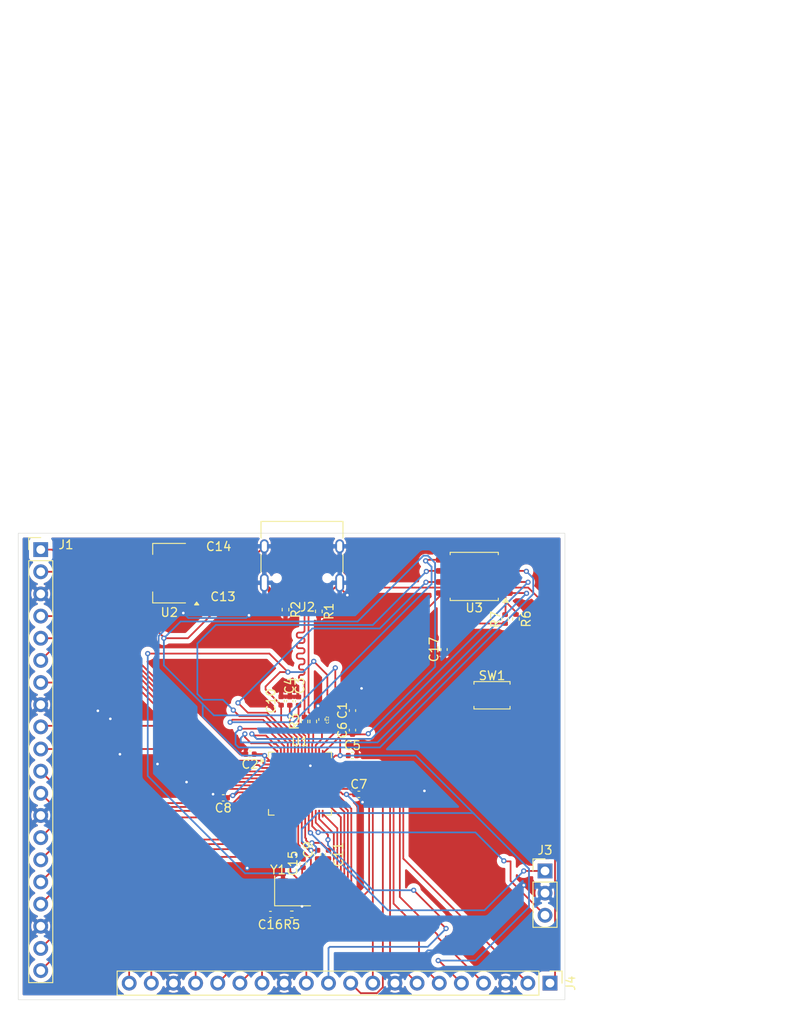
<source format=kicad_pcb>
(kicad_pcb (version 20241229) (generator "pcbnew") (generator_version "9.0")
  (layers (0 "F.Cu" signal) (2 "B.Cu" signal) (13 "F.Paste" user) (15 "B.Paste" user) (5 "F.SilkS" user "F.Silkscreen") (7 "B.SilkS" user "B.Silkscreen") (1 "F.Mask" user) (3 "B.Mask" user) (25 "Edge.Cuts" user))
  (net 0 "")
  (net 1 "GND")
  (net 2 "+3V3")
  (net 3 "+1V1")
  (net 4 "VBUS")
  (net 5 "XIN")
  (net 6 "Net-(C16-Pad1)")
  (net 7 "GPIO_03")
  (net 8 "GPIO_05")
  (net 9 "GPIO_014")
  (net 10 "GPIO_08")
  (net 11 "GPIO_10")
  (net 12 "GPIO_11")
  (net 13 "GPIO_00")
  (net 14 "GPIO_015")
  (net 15 "GPIO_01")
  (net 16 "GPIO_012")
  (net 17 "GPIO_06")
  (net 18 "GPIO_09")
  (net 19 "GPIO_04")
  (net 20 "GPIO_07")
  (net 21 "GPIO_02")
  (net 22 "GPIO_013")
  (net 23 "Net-(J2-CC2)")
  (net 24 "USB_D-")
  (net 25 "USB_D+")
  (net 26 "Net-(J2-CC1)")
  (net 27 "SWD")
  (net 28 "SWCLK")
  (net 29 "GPIO_018")
  (net 30 "GPIO026_ADC0")
  (net 31 "GPIO_029_ADC3")
  (net 32 "GPIO_020")
  (net 33 "GPIO_016")
  (net 34 "GPIO_022")
  (net 35 "GPIO_023")
  (net 36 "GPIO_019")
  (net 37 "GPIO027_ADC1")
  (net 38 "RUN")
  (net 39 "GPIO_028_ADC2")
  (net 40 "GPIO_024")
  (net 41 "GPIO_017")
  (net 42 "GPIO_021")
  (net 43 "Net-(U1-USB_DP)")
  (net 44 "Net-(U1-USB_DM)")
  (net 45 "XOUT")
  (net 46 "Net-(R6-Pad2)")
  (net 47 "QPSI_SS")
  (net 48 "QPSI_SD3")
  (net 49 "QPSI_SD2")
  (net 50 "QPSI_SD1")
  (net 52 "QPSI_SD0")
  (net 53 "QPSI_SCLK")
  (footprint "Resistor_SMD:R_0402_1005Metric" (layer "F.Cu") (at 181 83.25 90)
    (property "Reference" "R4" (hide yes))
    (property "Value" "27")
  )
  (footprint "Capacitor_SMD:C_0402_1005Metric" (layer "F.Cu") (at 176.09 105.38 180)
    (property "Reference" "C16")
    (property "Value" "33 pF")
  )
  (footprint "Crystal:Crystal_SMD_3225-4Pin_3.2x2.5mm" (layer "F.Cu") (at 178.63 102.67)
    (property "Reference" "Y1")
    (property "Value" "12 MHz")
  )
  (footprint "Capacitor_SMD:C_0402_1005Metric" (layer "F.Cu") (at 170.68 92.01 180)
    (property "Reference" "C8")
    (property "Value" "0.1uF")
  )
  (footprint "Resistor_SMD:R_0402_1005Metric" (layer "F.Cu") (at 178.54 105.37 180)
    (property "Reference" "R5")
    (property "Value" "1 K")
  )
  (footprint "Connector_USB:USB_C_Receptacle_HRO_TYPE-C-31-M-12" (layer "F.Cu") (at 179.71 64.22 180)
    (property "Reference" "J2")
    (property "Value" "USB_C_Receptacle_USB2.0_14P")
  )
  (footprint "Capacitor_SMD:C_0201_0603Metric" (layer "F.Cu") (at 170.655 70)
    (property "Reference" "C13")
    (property "Value" "10 uF")
  )
  (footprint "Connector_PinHeader_2.54mm:PinHeader_1x20_P2.54mm_Vertical" (layer "F.Cu") (at 149.75 63.55)
    (property "Reference" "J1")
    (property "Value" "Conn_01x20")
  )
  (footprint "Capacitor_SMD:C_0402_1005Metric" (layer "F.Cu") (at 181.5 98.5 -90)
    (property "Reference" "C9")
    (property "Value" "0.1uF" (hide yes))
  )
  (footprint "Capacitor_SMD:C_0402_1005Metric" (layer "F.Cu") (at 185.49 87.16)
    (property "Reference" "C5")
    (property "Value" "0.1uF")
  )
  (footprint "Resistor_SMD:R_0402_1005Metric" (layer "F.Cu") (at 203 71.51 -90)
    (property "Reference" "R7")
    (property "Value" "10K")
  )
  (footprint "Resistor_SMD:R_0402_1005Metric" (layer "F.Cu") (at 180 83.25 90)
    (property "Reference" "R3")
    (property "Value" "27" (hide yes))
  )
  (footprint "Resistor_SMD:R_0402_1005Metric" (layer "F.Cu") (at 204.25 71.5 -90)
    (property "Reference" "R6")
    (property "Value" "1K")
  )
  (footprint "Capacitor_SMD:C_0402_1005Metric" (layer "F.Cu") (at 179.31 80.92 90)
    (property "Reference" "C3")
    (property "Value" "0.1uF")
  )
  (footprint "Capacitor_SMD:C_0402_1005Metric" (layer "F.Cu") (at 196 75 90)
    (property "Reference" "C17")
    (property "Value" "0.1 uF")
  )
  (footprint "Package_TO_SOT_SMD:SOT-223-3_TabPin2" (layer "F.Cu") (at 164.5 66.25 180)
    (property "Reference" "U2")
    (property "Value" "NCP1117")
  )
  (footprint "Capacitor_SMD:C_0201_0603Metric" (layer "F.Cu") (at 170.155 64.25)
    (property "Reference" "C14")
    (property "Value" "10uF")
  )
  (footprint "Resistor_SMD:R_0402_1005Metric" (layer "F.Cu") (at 177.82 70.43 -90)
    (property "Reference" "R2")
    (property "Value" "5.1 K")
  )
  (footprint "Capacitor_SMD:C_0402_1005Metric" (layer "F.Cu") (at 186.23 91.61)
    (property "Reference" "C7")
    (property "Value" "0.1uF")
  )
  (footprint "Capacitor_SMD:C_0402_1005Metric" (layer "F.Cu") (at 179.83 99.52 90)
    (property "Reference" "C15")
    (property "Value" "33 pF" (hide yes))
  )
  (footprint "Resistor_SMD:R_0402_1005Metric" (layer "F.Cu") (at 181.64 70.63 -90)
    (property "Reference" "R1")
    (property "Value" "5.1 K")
  )
  (footprint "Capacitor_SMD:C_0402_1005Metric" (layer "F.Cu") (at 178.31 80.91 90)
    (property "Reference" "C4")
    (property "Value" "0.1uF")
  )
  (footprint "Package_DFN_QFN:QFN-56-1EP_7x7mm_P0.4mm_EP3.2x3.2mm" (layer "F.Cu") (at 179.48 90.38)
    (property "Reference" "U1")
    (property "Value" "RP2040")
  )
  (footprint "Capacitor_SMD:C_0402_1005Metric" (layer "F.Cu") (at 185.5 84.25 90)
    (property "Reference" "C6")
    (property "Value" "0.1uF")
  )
  (footprint "Capacitor_SMD:C_0402_1005Metric" (layer "F.Cu") (at 182.75 98.5 -90)
    (property "Reference" "C11")
    (property "Value" "0.1uF" (hide yes))
  )
  (footprint "Capacitor_SMD:C_0402_1005Metric" (layer "F.Cu") (at 177.32 80.9 90)
    (property "Reference" "C10")
    (property "Value" "1uF")
  )
  (footprint "Capacitor_SMD:C_0402_1005Metric" (layer "F.Cu") (at 185.5 82 90)
    (property "Reference" "C1")
    (property "Value" "1uF")
  )
  (footprint "Capacitor_SMD:C_0402_1005Metric" (layer "F.Cu") (at 173.75 87 180)
    (property "Reference" "C2")
    (property "Value" "0.1uF")
  )
  (footprint "Package_SO:SOIC-8_5.3x5.3mm_P1.27mm" (layer "F.Cu") (at 199.4625 66.625 180)
    (property "Reference" "U3")
    (property "Value" "W25Q128JVS")
  )
  (footprint "Connector_PinHeader_2.54mm:PinHeader_1x03_P2.54mm_Vertical" (layer "F.Cu") (at 207.58 100.39)
    (property "Reference" "J3")
    (property "Value" "Conn_01x03")
  )
  (footprint "Capacitor_SMD:C_0402_1005Metric" (layer "F.Cu") (at 182 83.02 90)
    (property "Reference" "C12")
    (property "Value" "0.1uF" (hide yes))
  )
  (footprint "Connector_PinHeader_2.54mm:PinHeader_1x20_P2.54mm_Vertical" (layer "F.Cu") (at 208.15 113.25 -90)
    (property "Reference" "J4")
    (property "Value" "Conn_01x20")
  )
  (footprint "Button_Switch_SMD:SW_Push_SPST_NO_Alps_SKRK" (layer "F.Cu") (at 201.5 80.25)
    (property "Reference" "SW1")
    (property "Value" "SW_Push")
  )
  (gr_rect (start 147.17 61.67) (end 209.86 115.15) (stroke (width 0.05)) (fill no) (layer "Edge.Cuts"))
  (segment (start 207.58 102.93) (end 206.67 102.02) (width 0.2) (layer "F.Cu") (net 1))
  (segment (start 184.03 67.89) (end 184.91 68.77) (width 0.2) (layer "F.Cu") (net 1))
  (segment (start 167.65 69.27) (end 167.65 68.55) (width 0.2) (layer "F.Cu") (net 1))
  (segment (start 179.48 89.52) (end 180.67 88.33) (width 0.2) (layer "F.Cu") (net 1))
  (segment (start 186.02 83.77) (end 187.04 82.75) (width 0.2) (layer "F.Cu") (net 1))
  (segment (start 169.8 91.61) (end 169.53 91.61) (width 0.2) (layer "F.Cu") (net 1))
  (segment (start 167.86 91.59) (end 169.51 91.59) (width 0.2) (layer "F.Cu") (net 1))
  (segment (start 182 82.54) (end 182 81.91) (width 0.2) (layer "F.Cu") (net 1))
  (segment (start 184.03 67.35) (end 184.03 67.89) (width 0.2) (layer "F.Cu") (net 1))
  (segment (start 187.04 82.75) (end 185.809999 81.52) (width 0.2) (layer "F.Cu") (net 1))
  (segment (start 182 81.91) (end 181.55 81.46) (width 0.2) (layer "F.Cu") (net 1))
  (segment (start 178.48 93.8175) (end 178.48 95.21) (width 0.2) (layer "F.Cu") (net 1))
  (segment (start 176.46 68.265) (end 176.305 68.265) (width 0.2) (layer "F.Cu") (net 1))
  (segment (start 173.64 100.05) (end 173.43 100.05) (width 0.2) (layer "F.Cu") (net 1))
  (segment (start 166.1 70.82) (end 167.65 69.27) (width 0.2) (layer "F.Cu") (net 1))
  (segment (start 182.96 68.265) (end 183.115 68.265) (width 0.2) (layer "F.Cu") (net 1))
  (segment (start 179.73 104.43) (end 179.71 104.45) (width 0.2) (layer "F.Cu") (net 1))
  (segment (start 185.5 83.77) (end 186.02 83.77) (width 0.2) (layer "F.Cu") (net 1))
  (segment (start 185.5 80.5) (end 185.5 81.52) (width 0.2) (layer "F.Cu") (net 1))
  (segment (start 166.47 90.2) (end 167.86 91.59) (width 0.2) (layer "F.Cu") (net 1))
  (segment (start 186.71 92.44) (end 186.65 92.5) (width 0.2) (layer "F.Cu") (net 1))
  (segment (start 183.115 68.265) (end 184.03 67.35) (width 0.2) (layer "F.Cu") (net 1))
  (segment (start 179.73 103.52) (end 179.73 104.43) (width 0.2) (layer "F.Cu") (net 1))
  (segment (start 177.82 70.94) (end 173.77 70.94) (width 0.2) (layer "F.Cu") (net 1))
  (segment (start 163.14 88.13) (end 165.21 90.2) (width 0.2) (layer "F.Cu") (net 1))
  (segment (start 186.54 79.46) (end 185.5 80.5) (width 0.2) (layer "F.Cu") (net 1))
  (segment (start 173.64 100.05) (end 178.48 95.21) (width 0.2) (layer "F.Cu") (net 1))
  (segment (start 165.21 90.2) (end 166.47 90.2) (width 0.2) (layer "F.Cu") (net 1))
  (segment (start 176.305 68.265) (end 175.39 67.35) (width 0.2) (layer "F.Cu") (net 1))
  (segment (start 179.48 90.38) (end 179.48 89.52) (width 0.2) (layer "F.Cu") (net 1))
  (segment (start 156.3 82.03) (end 156.81 82.03) (width 0.2) (layer "F.Cu") (net 1))
  (segment (start 179.55 99.04) (end 179.03 98.52) (width 0.2) (layer "F.Cu") (net 1))
  (segment (start 179.83 99.04) (end 179.55 99.04) (width 0.2) (layer "F.Cu") (net 1))
  (segment (start 173.77 70.94) (end 173.63 71.08) (width 0.2) (layer "F.Cu") (net 1))
  (segment (start 156.81 82.03) (end 157.73 82.95) (width 0.2) (layer "F.Cu") (net 1))
  (segment (start 170.2 92.01) (end 169.8 91.61) (width 0.2) (layer "F.Cu") (net 1))
  (segment (start 206.67 102.02) (end 205.141 102.02) (width 0.2) (layer "F.Cu") (net 1))
  (segment (start 174.31 64.25) (end 175.39 63.17) (width 0.2) (layer "F.Cu") (net 1))
  (segment (start 169.53 91.61) (end 169.51 91.59) (width 0.2) (layer "F.Cu") (net 1))
  (segment (start 180.67 88.33) (end 180.68 88.32) (width 0.2) (layer "F.Cu") (net 1))
  (segment (start 185.809999 81.52) (end 185.5 81.52) (width 0.2) (layer "F.Cu") (net 1))
  (segment (start 170.475 64.25) (end 174.31 64.25) (width 0.2) (layer "F.Cu") (net 1))
  (segment (start 170.975 70) (end 176.88 70) (width 0.2) (layer "F.Cu") (net 1))
  (segment (start 186.71 91.61) (end 186.71 92.44) (width 0.2) (layer "F.Cu") (net 1))
  (segment (start 176.88 70) (end 177.82 70.94) (width 0.2) (layer "F.Cu") (net 1))
  (via (at 179.03 98.52) (size 0.6) (drill 0.3) (layers "F.Cu" "B.Cu") (net 1))
  (via (at 157.73 82.95) (size 0.6) (drill 0.3) (layers "F.Cu" "B.Cu") (net 1))
  (via (at 186.65 92.5) (size 0.6) (drill 0.3) (layers "F.Cu" "B.Cu") (net 1))
  (via (at 186.54 79.46) (size 0.6) (drill 0.3) (layers "F.Cu" "B.Cu") (net 1))
  (via (at 163.14 88.13) (size 0.6) (drill 0.3) (layers "F.Cu" "B.Cu") (net 1))
  (via (at 166.47 90.2) (size 0.6) (drill 0.3) (layers "F.Cu" "B.Cu") (net 1))
  (via (at 180.67 88.33) (size 0.6) (drill 0.3) (layers "F.Cu" "B.Cu") (net 1))
  (via (at 205.141 102.02) (size 0.6) (drill 0.3) (layers "F.Cu" "B.Cu") (net 1))
  (via (at 166.1 70.82) (size 0.6) (drill 0.3) (layers "F.Cu" "B.Cu") (net 1))
  (via (at 169.51 91.59) (size 0.6) (drill 0.3) (layers "F.Cu" "B.Cu") (net 1))
  (via (at 156.3 82.03) (size 0.6) (drill 0.3) (layers "F.Cu" "B.Cu") (net 1))
  (via (at 193.75 91.21) (size 0.6) (drill 0.3) (layers "F.Cu" "B.Cu") (net 1))
  (via (at 184.91 68.77) (size 0.6) (drill 0.3) (layers "F.Cu" "B.Cu") (net 1))
  (via (at 173.63 71.08) (size 0.6) (drill 0.3) (layers "F.Cu" "B.Cu") (net 1))
  (via (at 181.55 81.46) (size 0.6) (drill 0.3) (layers "F.Cu" "B.Cu") (net 1))
  (via (at 179.71 104.45) (size 0.6) (drill 0.3) (layers "F.Cu" "B.Cu") (net 1))
  (via (at 158.83 87.01) (size 0.6) (drill 0.3) (layers "F.Cu" "B.Cu") (net 1))
  (via (at 173.43 100.06) (size 0.6) (drill 0.3) (layers "F.Cu" "B.Cu") (net 1))
  (segment (start 184.91 68.77) (end 185.95 68.77) (width 0.2) (layer "B.Cu") (net 1))
  (segment (start 173.43 100.06) (end 173.43 95.51) (width 0.2) (layer "B.Cu") (net 1))
  (segment (start 183.55 79.46) (end 186.54 79.46) (width 0.2) (layer "B.Cu") (net 1))
  (segment (start 185.95 68.77) (end 187.17 67.55) (width 0.2) (layer "B.Cu") (net 1))
  (segment (start 163.269 85.349) (end 163.269 73.461057) (width 0.2) (layer "B.Cu") (net 1))
  (segment (start 173.322 71.388) (end 166.668 71.388) (width 0.2) (layer "B.Cu") (net 1))
  (segment (start 186.65 92.5) (end 192.46 92.5) (width 0.2) (layer "B.Cu") (net 1))
  (segment (start 182.48 88.33) (end 186.65 92.5) (width 0.2) (layer "B.Cu") (net 1))
  (segment (start 169.51 91.59) (end 163.269 85.349) (width 0.2) (layer "B.Cu") (net 1))
  (segment (start 192.46 92.5) (end 193.75 91.21) (width 0.2) (layer "B.Cu") (net 1))
  (segment (start 158.83 84.05) (end 157.73 82.95) (width 0.2) (layer "B.Cu") (net 1))
  (segment (start 174.97 98.52) (end 173.43 100.06) (width 0.2) (layer "B.Cu") (net 1))
  (segment (start 173.43 95.51) (end 169.51 91.59) (width 0.2) (layer "B.Cu") (net 1))
  (segment (start 179.71 104.45) (end 179.71 111.21) (width 0.2) (layer "B.Cu") (net 1))
  (segment (start 197.67 109.491) (end 194.129 109.491) (width 0.2) (layer "B.Cu") (net 1))
  (segment (start 173.63 71.08) (end 173.322 71.388) (width 0.2) (layer "B.Cu") (net 1))
  (segment (start 205.141 102.02) (end 197.67 109.491) (width 0.2) (layer "B.Cu") (net 1))
  (segment (start 187.17 67.55) (end 184.03 64.41) (width 0.2) (layer "B.Cu") (net 1))
  (segment (start 181.55 81.46) (end 183.55 79.46) (width 0.2) (layer "B.Cu") (net 1))
  (segment (start 179.71 111.21) (end 177.67 113.25) (width 0.2) (layer "B.Cu") (net 1))
  (segment (start 194.129 109.491) (end 190.37 113.25) (width 0.2) (layer "B.Cu") (net 1))
  (segment (start 163.269 73.461057) (end 165.920057 70.81) (width 0.2) (layer "B.Cu") (net 1))
  (segment (start 158.83 87.01) (end 158.83 84.05) (width 0.2) (layer "B.Cu") (net 1))
  (segment (start 179.03 98.52) (end 174.97 98.52) (width 0.2) (layer "B.Cu") (net 1))
  (segment (start 165.920057 70.81) (end 166.09 70.81) (width 0.2) (layer "B.Cu") (net 1))
  (segment (start 184.03 64.41) (end 184.03 63.17) (width 0.2) (layer "B.Cu") (net 1))
  (segment (start 166.668 71.388) (end 166.1 70.82) (width 0.2) (layer "B.Cu") (net 1))
  (segment (start 180.67 88.33) (end 182.48 88.33) (width 0.2) (layer "B.Cu") (net 1))
  (segment (start 175.42125 87.15875) (end 176.0425 87.78) (width 0.2) (layer "F.Cu") (net 2))
  (segment (start 178.31 83.6629) (end 178.31 82.66) (width 0.2) (layer "F.Cu") (net 2))
  (segment (start 179.68 86.9425) (end 179.68 85.02) (width 0.2) (layer "F.Cu") (net 2))
  (segment (start 178.31 82.66) (end 178.31 81.39) (width 0.2) (layer "F.Cu") (net 2))
  (segment (start 180.08 84.91) (end 179.31 84.14) (width 0.2) (layer "F.Cu") (net 2))
  (segment (start 185.5 82.5) (end 185.5 82.48) (width 0.2) (layer "F.Cu") (net 2))
  (segment (start 179.31 82.68) (end 179.31 81.4) (width 0.2) (layer "F.Cu") (net 2))
  (segment (start 179.31 82.68) (end 178.33 82.68) (width 0.2) (layer "F.Cu") (net 2))
  (segment (start 184.17 91.38) (end 184.4 91.61) (width 0.2) (layer "F.Cu") (net 2))
  (segment (start 161.35 71.1) (end 163.87 73.62) (width 0.2) (layer "F.Cu") (net 2))
  (segment (start 182.9175 91.38) (end 184.17 91.38) (width 0.2) (layer "F.Cu") (net 2))
  (segment (start 175.2625 87) (end 175.42125 87.15875) (width 0.2) (layer "F.Cu") (net 2))
  (segment (start 184.09 87.16) (end 185.01 87.16) (width 0.2) (layer "F.Cu") (net 2))
  (segment (start 171.43 91.74) (end 171.16 92.01) (width 0.2) (layer "F.Cu") (net 2))
  (segment (start 184.105 83.895) (end 184.66 83.34) (width 0.2) (layer "F.Cu") (net 2))
  (segment (start 185.5 84.73) (end 187.34 84.73) (width 0.2) (layer "F.Cu") (net 2))
  (segment (start 179.6671 85.02) (end 178.31 83.6629) (width 0.2) (layer "F.Cu") (net 2))
  (segment (start 182.08 86.9425) (end 183.89125 85.13125) (width 0.2) (layer "F.Cu") (net 2))
  (segment (start 180.52 98.02) (end 180.74 98.02) (width 0.2) (layer "F.Cu") (net 2))
  (segment (start 178.33 82.68) (end 178.31 82.66) (width 0.2) (layer "F.Cu") (net 2))
  (segment (start 196 73.2725) (end 196 73.56) (width 0.2) (layer "F.Cu") (net 2))
  (segment (start 181.68 86.9425) (end 181.68 86.32) (width 0.2) (layer "F.Cu") (net 2))
  (segment (start 161.35 66.25) (end 161.35 71.1) (width 0.2) (layer "F.Cu") (net 2))
  (segment (start 181.68 86.32) (end 184.105 83.895) (width 0.2) (layer "F.Cu") (net 2))
  (segment (start 197.99 113.25) (end 195.4 110.66) (width 0.2) (layer "F.Cu") (net 2))
  (segment (start 171.99 91.74) (end 171.77 91.74) (width 0.2) (layer "F.Cu") (net 2))
  (segment (start 180.08 86.9425) (end 180.08 84.91) (width 0.2) (layer "F.Cu") (net 2))
  (segment (start 184.105 83.895) (end 183.53 83.32) (width 0.2) (layer "F.Cu") (net 2))
  (segment (start 183.89125 85.13125) (end 184.2925 84.73) (width 0.2) (layer "F.Cu") (net 2))
  (segment (start 169.6975 70.6375) (end 169.6975 68.2975) (width 0.2) (layer "F.Cu") (net 2))
  (segment (start 175.99 91.38) (end 172.35 91.38) (width 0.2) (layer "F.Cu") (net 2))
  (segment (start 195.875 73.1475) (end 196 73.2725) (width 0.2) (layer "F.Cu") (net 2))
  (segment (start 179.68 85.02) (end 179.6671 85.02) (width 0.2) (layer "F.Cu") (net 2))
  (segment (start 166.625 73.71) (end 163.87 73.71) (width 0.2) (layer "F.Cu") (net 2))
  (segment (start 195.875 68.53) (end 184.66 79.745) (width 0.2) (layer "F.Cu") (net 2))
  (segment (start 182.9175 87.78) (end 183.5375 87.16) (width 0.2) (layer "F.Cu") (net 2))
  (segment (start 196 73.56) (end 196 74.52) (width 0.2) (layer "F.Cu") (net 2))
  (segment (start 171.77 91.74) (end 171.43 91.74) (width 0.2) (layer "F.Cu") (net 2))
  (segment (start 179.68 97.18) (end 180.52 98.02) (width 0.2) (layer "F.Cu") (net 2))
  (segment (start 170.335 70) (end 166.625 73.71) (width 0.2) (layer "F.Cu") (net 2))
  (segment (start 195.875 68.53) (end 195.875 73.1475) (width 0.2) (layer "F.Cu") (net 2))
  (segment (start 179.31 84.14) (end 179.31 82.68) (width 0.2) (layer "F.Cu") (net 2))
  (segment (start 203 72.02) (end 197.54 72.02) (width 0.2) (layer "F.Cu") (net 2))
  (segment (start 174.23 87) (end 175.2625 87) (width 0.2) (layer "F.Cu") (net 2))
  (segment (start 184.2925 84.73) (end 185.5 84.73) (width 0.2) (layer "F.Cu") (net 2))
  (segment (start 184.09 87.16) (end 184.09 85.33) (width 0.2) (layer "F.Cu") (net 2))
  (segment (start 169.6975 68.2975) (end 167.65 66.25) (width 0.2) (layer "F.Cu") (net 2))
  (segment (start 184.66 79.745) (end 184.66 83.34) (width 0.2) (layer "F.Cu") (net 2))
  (segment (start 180.74 98.02) (end 181.5 98.02) (width 0.2) (layer "F.Cu") (net 2))
  (segment (start 179.68 93.8175) (end 179.68 97.18) (width 0.2) (layer "F.Cu") (net 2))
  (segment (start 183.53 83.32) (end 183.53 77.11) (width 0.2) (layer "F.Cu") (net 2))
  (segment (start 184.4 91.61) (end 184.81 91.61) (width 0.2) (layer "F.Cu") (net 2))
  (segment (start 172.35 91.38) (end 171.99 91.74) (width 0.2) (layer "F.Cu") (net 2))
  (segment (start 183.5375 87.16) (end 184.09 87.16) (width 0.2) (layer "F.Cu") (net 2))
  (segment (start 184.66 83.34) (end 185.5 82.5) (width 0.2) (layer "F.Cu") (net 2))
  (segment (start 195.4 110.66) (end 195.33 110.66) (width 0.2) (layer "F.Cu") (net 2))
  (segment (start 184.81 91.61) (end 185.75 91.61) (width 0.2) (layer "F.Cu") (net 2))
  (segment (start 184.09 85.33) (end 183.89125 85.13125) (width 0.2) (layer "F.Cu") (net 2))
  (segment (start 197.54 72.02) (end 196 73.56) (width 0.2) (layer "F.Cu") (net 2))
  (via (at 195.33 110.66) (size 0.6) (drill 0.3) (layers "F.Cu" "B.Cu") (net 2))
  (via (at 187.310954 84.651354) (size 0.6) (drill 0.3) (layers "F.Cu" "B.Cu") (net 2))
  (via (at 180.74 98.02) (size 0.6) (drill 0.3) (layers "F.Cu" "B.Cu") (net 2))
  (via (at 184.09 87.16) (size 0.6) (drill 0.3) (layers "F.Cu" "B.Cu") (net 2))
  (via (at 163.87 73.71) (size 0.6) (drill 0.3) (layers "F.Cu" "B.Cu") (net 2))
  (via (at 183.53 77.11) (size 0.6) (drill 0.3) (layers "F.Cu" "B.Cu") (net 2))
  (via (at 178.31 82.66) (size 0.6) (drill 0.3) (layers "F.Cu" "B.Cu") (net 2))
  (via (at 175.42125 87.15875) (size 0.6) (drill 0.3) (layers "F.Cu" "B.Cu") (net 2))
  (via (at 184.81 91.61) (size 0.6) (drill 0.3) (layers "F.Cu" "B.Cu") (net 2))
  (via (at 171.77 91.74) (size 0.6) (drill 0.3) (layers "F.Cu" "B.Cu") (net 2))
  (segment (start 194.972 65.072057) (end 194.138943 64.239) (width 0.2) (layer "B.Cu") (net 2))
  (segment (start 186.15 93.75) (end 199.349943 93.75) (width 0.2) (layer "B.Cu") (net 2))
  (segment (start 175.42125 88.08875) (end 175.42125 87.15875) (width 0.2) (layer "B.Cu") (net 2))
  (segment (start 205.741 100.141057) (end 199.454972 93.855028) (width 0.2) (layer "B.Cu") (net 2))
  (segment (start 205.741 104.518943) (end 205.741 100.141057) (width 0.2) (layer "B.Cu") (net 2))
  (segment (start 186.15 92.95) (end 186.15 93.75) (width 0.2) (layer "B.Cu") (net 2))
  (segment (start 195.33 110.66) (end 199.599943 110.66) (width 0.2) (layer "B.Cu") (net 2))
  (segment (start 193.641057 64.239) (end 186.091057 71.789) (width 0.2) (layer "B.Cu") (net 2))
  (segment (start 179.678 95.604957) (end 181.532957 93.75) (width 0.2) (layer "B.Cu") (net 2))
  (segment (start 178.515 82.125) (end 178.089 82.551) (width 0.2) (layer "B.Cu") (net 2))
  (segment (start 171.77 91.74) (end 175.42125 88.08875) (width 0.2) (layer "B.Cu") (net 2))
  (segment (start 178.515 82.455) (end 178.515 82.125) (width 0.2) (layer "B.Cu") (net 2))
  (segment (start 181.532957 93.75) (end 186.15 93.75) (width 0.2) (layer "B.Cu") (net 2))
  (segment (start 178.31 82.66) (end 178.515 82.455) (width 0.2) (layer "B.Cu") (net 2))
  (segment (start 168.32645 82.683493) (end 168.32645 81.27355) (width 0.2) (layer "B.Cu") (net 2))
  (segment (start 180.74 98.02) (end 179.678 96.958) (width 0.2) (layer "B.Cu") (net 2))
  (segment (start 178.089 82.551) (end 169.6039 82.551) (width 0.2) (layer "B.Cu") (net 2))
  (segment (start 199.599943 110.66) (end 205.741 104.518943) (width 0.2) (layer "B.Cu") (net 2))
  (segment (start 186.091057 71.789) (end 165.791 71.789) (width 0.2) (layer "B.Cu") (net 2))
  (segment (start 192.759944 87.16) (end 199.454972 93.855028) (width 0.2) (layer "B.Cu") (net 2))
  (segment (start 179.678 96.958) (end 179.678 95.604957) (width 0.2) (layer "B.Cu") (net 2))
  (segment (start 175.42125 87.15875) (end 172.801707 87.15875) (width 0.2) (layer "B.Cu") (net 2))
  (segment (start 187.310954 84.651354) (end 194.972 76.990308) (width 0.2) (layer "B.Cu") (net 2))
  (segment (start 163.87 76.8171) (end 163.87 73.71) (width 0.2) (layer "B.Cu") (net 2))
  (segment (start 163.87 73.71) (end 165.791 71.789) (width 0.2) (layer "B.Cu") (net 2))
  (segment (start 199.454972 93.855028) (end 199.349943 93.75) (width 0.2) (layer "B.Cu") (net 2))
  (segment (start 194.972 76.990308) (end 194.972 65.072057) (width 0.2) (layer "B.Cu") (net 2))
  (segment (start 183.53 77.11) (end 178.515 82.125) (width 0.2) (layer "B.Cu") (net 2))
  (segment (start 184.81 91.61) (end 186.15 92.95) (width 0.2) (layer "B.Cu") (net 2))
  (segment (start 172.801707 87.15875) (end 168.32645 82.683493) (width 0.2) (layer "B.Cu") (net 2))
  (segment (start 194.138943 64.239) (end 193.641057 64.239) (width 0.2) (layer "B.Cu") (net 2))
  (segment (start 184.09 87.16) (end 192.759944 87.16) (width 0.2) (layer "B.Cu") (net 2))
  (segment (start 169.6039 82.551) (end 168.32645 81.27355) (width 0.2) (layer "B.Cu") (net 2))
  (segment (start 168.32645 81.27355) (end 163.87 76.8171) (width 0.2) (layer "B.Cu") (net 2))
  (segment (start 180.85 97.17) (end 181.92 97.17) (width 0.2) (layer "F.Cu") (net 3))
  (segment (start 175.53 79.59) (end 175.53 79.25) (width 0.2) (layer "F.Cu") (net 3))
  (segment (start 181.28 85.97) (end 182 85.25) (width 0.2) (layer "F.Cu") (net 3))
  (segment (start 182.62 77.919742) (end 181.06 76.359742) (width 0.2) (layer "F.Cu") (net 3))
  (segment (start 180.47 97.17) (end 180.85 97.17) (width 0.2) (layer "F.Cu") (net 3))
  (segment (start 182.75 98) (end 182.75 98.02) (width 0.2) (layer "F.Cu") (net 3))
  (segment (start 177.32 81.38) (end 175.53 79.59) (width 0.2) (layer "F.Cu") (net 3))
  (segment (start 177.32 83.24) (end 177.32 81.38) (width 0.2) (layer "F.Cu") (net 3))
  (segment (start 181.92 97.17) (end 182.75 98) (width 0.2) (layer "F.Cu") (net 3))
  (segment (start 181.28 86.9425) (end 181.28 85.97) (width 0.2) (layer "F.Cu") (net 3))
  (segment (start 180.18 96.68) (end 180.18 96.88) (width 0.2) (layer "F.Cu") (net 3))
  (segment (start 182.62 82.88) (end 182.62 77.919742) (width 0.2) (layer "F.Cu") (net 3))
  (segment (start 180.08 96.58) (end 180.18 96.68) (width 0.2) (layer "F.Cu") (net 3))
  (segment (start 175.53 79.25) (end 177.19 77.59) (width 0.2) (layer "F.Cu") (net 3))
  (segment (start 179.28 86.9425) (end 179.28 85.2) (width 0.2) (layer "F.Cu") (net 3))
  (segment (start 182 83.5) (end 182.62 82.88) (width 0.2) (layer "F.Cu") (net 3))
  (segment (start 162.02 75.47) (end 175.97 75.47) (width 0.2) (layer "F.Cu") (net 3))
  (segment (start 179.28 85.2) (end 177.32 83.24) (width 0.2) (layer "F.Cu") (net 3))
  (segment (start 180.08 93.8175) (end 180.08 96.58) (width 0.2) (layer "F.Cu") (net 3))
  (segment (start 175.97 75.47) (end 178.09 77.59) (width 0.2) (layer "F.Cu") (net 3))
  (segment (start 182 85.25) (end 182 83.5) (width 0.2) (layer "F.Cu") (net 3))
  (segment (start 177.19 77.59) (end 178.09 77.59) (width 0.2) (layer "F.Cu") (net 3))
  (segment (start 180.18 96.88) (end 180.47 97.17) (width 0.2) (layer "F.Cu") (net 3))
  (via (at 180.85 97.17) (size 0.6) (drill 0.3) (layers "F.Cu" "B.Cu") (net 3))
  (via (at 181.06 76.359742) (size 0.6) (drill 0.3) (layers "F.Cu" "B.Cu") (net 3))
  (via (at 178.09 77.59) (size 0.6) (drill 0.3) (layers "F.Cu" "B.Cu") (net 3))
  (via (at 162.02 75.47) (size 0.6) (drill 0.3) (layers "F.Cu" "B.Cu") (net 3))
  (segment (start 178.09 77.59) (end 179.82 77.59) (width 0.2) (layer "B.Cu") (net 3))
  (segment (start 173.181057 100.661) (end 162.02 89.499943) (width 0.2) (layer "B.Cu") (net 3))
  (segment (start 180.85 97.17) (end 181.341 97.661) (width 0.2) (layer "B.Cu") (net 3))
  (segment (start 179.82 77.59) (end 181.050258 76.359742) (width 0.2) (layer "B.Cu") (net 3))
  (segment (start 178.948943 100.661) (end 173.181057 100.661) (width 0.2) (layer "B.Cu") (net 3))
  (segment (start 181.050258 76.359742) (end 181.06 76.359742) (width 0.2) (layer "B.Cu") (net 3))
  (segment (start 181.341 98.268943) (end 178.948943 100.661) (width 0.2) (layer "B.Cu") (net 3))
  (segment (start 162.02 89.499943) (end 162.02 75.47) (width 0.2) (layer "B.Cu") (net 3))
  (segment (start 181.341 97.661) (end 181.341 98.268943) (width 0.2) (layer "B.Cu") (net 3))
  (segment (start 205.653943 67.904) (end 186.266785 67.904) (width 0.2) (layer "F.Cu") (net 4))
  (segment (start 186.266785 67.904) (end 184.361785 65.999) (width 0.2) (layer "F.Cu") (net 4))
  (segment (start 177.159 69.291) (end 172.991 69.291) (width 0.2) (layer "F.Cu") (net 4))
  (segment (start 177.26 67.34) (end 177.26 68.265) (width 0.2) (layer "F.Cu") (net 4))
  (segment (start 169.835 64.25) (end 167.95 64.25) (width 0.2) (layer "F.Cu") (net 4))
  (segment (start 184.361785 65.999) (end 182.464992 65.999) (width 0.2) (layer "F.Cu") (net 4))
  (segment (start 177.26 68.265) (end 177.26 69.19) (width 0.2) (layer "F.Cu") (net 4))
  (segment (start 208.731 70.981057) (end 205.653943 67.904) (width 0.2) (layer "F.Cu") (net 4))
  (segment (start 167.95 64.25) (end 167.65 63.95) (width 0.2) (layer "F.Cu") (net 4))
  (segment (start 208.15 113.25) (end 208.731 112.669) (width 0.2) (layer "F.Cu") (net 4))
  (segment (start 208.731 112.669) (end 208.731 70.981057) (width 0.2) (layer "F.Cu") (net 4))
  (segment (start 181.924 66.539992) (end 178.060008 66.539992) (width 0.2) (layer "F.Cu") (net 4))
  (segment (start 178.060008 66.539992) (end 177.26 67.34) (width 0.2) (layer "F.Cu") (net 4))
  (segment (start 181.924 66.539992) (end 181.924 68.029) (width 0.2) (layer "F.Cu") (net 4))
  (segment (start 182.464992 65.999) (end 181.924 66.539992) (width 0.2) (layer "F.Cu") (net 4))
  (segment (start 172.991 69.291) (end 167.65 63.95) (width 0.2) (layer "F.Cu") (net 4))
  (segment (start 177.26 69.19) (end 177.159 69.291) (width 0.2) (layer "F.Cu") (net 4))
  (segment (start 181.924 68.029) (end 182.16 68.265) (width 0.2) (layer "F.Cu") (net 4))
  (segment (start 179.73 101.82) (end 178.37 100.46) (width 0.2) (layer "F.Cu") (net 5))
  (segment (start 179.73 101.82) (end 179.73 100.1) (width 0.2) (layer "F.Cu") (net 5))
  (segment (start 179.73 100.1) (end 179.83 100) (width 0.2) (layer "F.Cu") (net 5))
  (segment (start 178.88 95.51) (end 178.88 93.8175) (width 0.2) (layer "F.Cu") (net 5))
  (segment (start 178.37 100.46) (end 178.37 96.02) (width 0.2) (layer "F.Cu") (net 5))
  (segment (start 178.37 96.02) (end 178.88 95.51) (width 0.2) (layer "F.Cu") (net 5))
  (segment (start 177.53 104.42) (end 178.03 104.92) (width 0.2) (layer "F.Cu") (net 6))
  (segment (start 178.03 104.92) (end 178.03 105.37) (width 0.2) (layer "F.Cu") (net 6))
  (segment (start 177.53 104.42) (end 176.57 105.38) (width 0.2) (layer "F.Cu") (net 6))
  (segment (start 177.53 103.52) (end 177.53 104.42) (width 0.2) (layer "F.Cu") (net 6))
  (segment (start 176.0425 89.38) (end 172.13 89.38) (width 0.2) (layer "F.Cu") (net 7))
  (segment (start 156.5758 73.71) (end 149.75 73.71) (width 0.2) (layer "F.Cu") (net 7))
  (segment (start 171 88.1342) (end 156.5758 73.71) (width 0.2) (layer "F.Cu") (net 7))
  (segment (start 172.13 89.38) (end 171 88.25) (width 0.2) (layer "F.Cu") (net 7))
  (segment (start 171 88.25) (end 171 88.1342) (width 0.2) (layer "F.Cu") (net 7))
  (segment (start 160.25 78.75) (end 155.25 78.75) (width 0.2) (layer "F.Cu") (net 8))
  (segment (start 155.21 78.79) (end 149.75 78.79) (width 0.2) (layer "F.Cu") (net 8))
  (segment (start 155.25 78.75) (end 155.21 78.79) (width 0.2) (layer "F.Cu") (net 8))
  (segment (start 171.6475 90.1675) (end 160.25 78.77) (width 0.2) (layer "F.Cu") (net 8))
  (segment (start 171.6475 90.18) (end 171.6475 90.1675) (width 0.2) (layer "F.Cu") (net 8))
  (segment (start 176.03 90.18) (end 171.6475 90.18) (width 0.2) (layer "F.Cu") (net 8))
  (segment (start 160.25 78.77) (end 160.25 78.75) (width 0.2) (layer "F.Cu") (net 8))
  (segment (start 177.68 94.73) (end 174.52 97.89) (width 0.2) (layer "F.Cu") (net 9))
  (segment (start 174.52 97.89) (end 161.13 97.89) (width 0.2) (layer "F.Cu") (net 9))
  (segment (start 161.13 97.89) (end 149.75 109.27) (width 0.2) (layer "F.Cu") (net 9))
  (segment (start 177.68 93.8175) (end 177.68 94.73) (width 0.2) (layer "F.Cu") (net 9))
  (segment (start 176.0425 91.78) (end 172.64 91.78) (width 0.2) (layer "F.Cu") (net 10))
  (segment (start 153.411 92.611) (end 149.75 88.95) (width 0.2) (layer "F.Cu") (net 10))
  (segment (start 171.78 92.64) (end 169.25 92.64) (width 0.2) (layer "F.Cu") (net 10))
  (segment (start 172.64 91.78) (end 171.78 92.64) (width 0.2) (layer "F.Cu") (net 10))
  (segment (start 169.221 92.611) (end 153.411 92.611) (width 0.2) (layer "F.Cu") (net 10))
  (segment (start 169.25 92.64) (end 169.221 92.611) (width 0.2) (layer "F.Cu") (net 10))
  (segment (start 152.82 93.5) (end 149.75 96.57) (width 0.2) (layer "F.Cu") (net 11))
  (segment (start 172.0542 93.5) (end 152.82 93.5) (width 0.2) (layer "F.Cu") (net 11))
  (segment (start 176.0425 92.58) (end 172.9742 92.58) (width 0.2) (layer "F.Cu") (net 11))
  (segment (start 172.9742 92.58) (end 172.0542 93.5) (width 0.2) (layer "F.Cu") (net 11))
  (segment (start 154.61 94.25) (end 149.75 99.11) (width 0.2) (layer "F.Cu") (net 12))
  (segment (start 173.19 92.98) (end 176.0425 92.98) (width 0.2) (layer "F.Cu") (net 12))
  (segment (start 173.19 92.98) (end 171.92 94.25) (width 0.2) (layer "F.Cu") (net 12))
  (segment (start 171.92 94.25) (end 154.61 94.25) (width 0.2) (layer "F.Cu") (net 12))
  (segment (start 155 70.41755) (end 172.33245 87.75) (width 0.2) (layer "F.Cu") (net 13))
  (segment (start 175 87.75) (end 175.43 88.18) (width 0.2) (layer "F.Cu") (net 13))
  (segment (start 155 67.5) (end 155 70.41755) (width 0.2) (layer "F.Cu") (net 13))
  (segment (start 172.33245 87.75) (end 175 87.75) (width 0.2) (layer "F.Cu") (net 13))
  (segment (start 151.05 63.55) (end 155 67.5) (width 0.2) (layer "F.Cu") (net 13))
  (segment (start 175.43 88.18) (end 176.0425 88.18) (width 0.2) (layer "F.Cu") (net 13))
  (segment (start 149.75 63.55) (end 151.05 63.55) (width 0.2) (layer "F.Cu") (net 13))
  (segment (start 178.08 94.94) (end 174.24 98.78) (width 0.2) (layer "F.Cu") (net 14))
  (segment (start 178.08 93.8175) (end 178.08 94.94) (width 0.2) (layer "F.Cu") (net 14))
  (segment (start 162.78 98.78) (end 149.75 111.81) (width 0.2) (layer "F.Cu") (net 14))
  (segment (start 174.24 98.78) (end 162.78 98.78) (width 0.2) (layer "F.Cu") (net 14))
  (segment (start 174.75 88.25) (end 174.198 88.25) (width 0.2) (layer "F.Cu") (net 15))
  (segment (start 152.5 66.25) (end 151.25 66.25) (width 0.2) (layer "F.Cu") (net 15))
  (segment (start 172 88) (end 154.5 70.5) (width 0.2) (layer "F.Cu") (net 15))
  (segment (start 172.01535 88) (end 172 88) (width 0.2) (layer "F.Cu") (net 15))
  (segment (start 154.5 70.5) (end 154.5 68.25) (width 0.2) (layer "F.Cu") (net 15))
  (segment (start 175.08 88.58) (end 174.75 88.25) (width 0.2) (layer "F.Cu") (net 15))
  (segment (start 172.16635 88.151) (end 172.01535 88) (width 0.2) (layer "F.Cu") (net 15))
  (segment (start 151.25 66.25) (end 151.09 66.09) (width 0.2) (layer "F.Cu") (net 15))
  (segment (start 151.09 66.09) (end 149.75 66.09) (width 0.2) (layer "F.Cu") (net 15))
  (segment (start 154.5 68.25) (end 152.5 66.25) (width 0.2) (layer "F.Cu") (net 15))
  (segment (start 176.0425 88.58) (end 175.08 88.58) (width 0.2) (layer "F.Cu") (net 15))
  (segment (start 174.198 88.25) (end 174.099 88.151) (width 0.2) (layer "F.Cu") (net 15))
  (segment (start 174.099 88.151) (end 172.16635 88.151) (width 0.2) (layer "F.Cu") (net 15))
  (segment (start 176.88 93.8175) (end 173.9075 96.79) (width 0.2) (layer "F.Cu") (net 16))
  (segment (start 173.9075 96.79) (end 154.61 96.79) (width 0.2) (layer "F.Cu") (net 16))
  (segment (start 154.61 96.79) (end 149.75 101.65) (width 0.2) (layer "F.Cu") (net 16))
  (segment (start 164.5 83.75) (end 149.87 83.75) (width 0.2) (layer "F.Cu") (net 17))
  (segment (start 176.0425 90.58) (end 171.33 90.58) (width 0.2) (layer "F.Cu") (net 17))
  (segment (start 149.87 83.75) (end 149.75 83.87) (width 0.2) (layer "F.Cu") (net 17))
  (segment (start 171.33 90.58) (end 164.5 83.75) (width 0.2) (layer "F.Cu") (net 17))
  (segment (start 171.9371 93.05) (end 151.31 93.05) (width 0.2) (layer "F.Cu") (net 18))
  (segment (start 172.8071 92.18) (end 171.9371 93.05) (width 0.2) (layer "F.Cu") (net 18))
  (segment (start 151.31 93.05) (end 149.75 91.49) (width 0.2) (layer "F.Cu") (net 18))
  (segment (start 176.0425 92.18) (end 172.8071 92.18) (width 0.2) (layer "F.Cu") (net 18))
  (segment (start 157.3229 75.14) (end 150.86 75.14) (width 0.2) (layer "F.Cu") (net 19))
  (segment (start 175.219 89.78) (end 171.9639 89.78) (width 0.2) (layer "F.Cu") (net 19))
  (segment (start 171.9639 89.781) (end 157.3229 75.14) (width 0.2) (layer "F.Cu") (net 19))
  (segment (start 176.0425 89.78) (end 175.22 89.78) (width 0.2) (layer "F.Cu") (net 19))
  (segment (start 150.86 75.14) (end 149.75 76.25) (width 0.2) (layer "F.Cu") (net 19))
  (segment (start 171.1629 90.98) (end 176.0425 90.98) (width 0.2) (layer "F.Cu") (net 20))
  (segment (start 166.5929 86.41) (end 149.75 86.41) (width 0.2) (layer "F.Cu") (net 20))
  (segment (start 171.1629 90.98) (end 166.5929 86.41) (width 0.2) (layer "F.Cu") (net 20))
  (segment (start 172.4129 88.98) (end 154.6029 71.17) (width 0.2) (layer "F.Cu") (net 21))
  (segment (start 176.0425 88.98) (end 172.4129 88.98) (width 0.2) (layer "F.Cu") (net 21))
  (segment (start 154.6029 71.17) (end 149.75 71.17) (width 0.2) (layer "F.Cu") (net 21))
  (segment (start 177.28 93.8175) (end 177.28 94.41) (width 0.2) (layer "F.Cu") (net 22))
  (segment (start 156.63 97.31) (end 149.75 104.19) (width 0.2) (layer "F.Cu") (net 22))
  (segment (start 174.38 97.31) (end 156.63 97.31) (width 0.2) (layer "F.Cu") (net 22))
  (segment (start 177.28 94.41) (end 174.38 97.31) (width 0.2) (layer "F.Cu") (net 22))
  (segment (start 177.96 69.78) (end 177.82 69.92) (width 0.2) (layer "F.Cu") (net 23))
  (segment (start 177.96 68.265) (end 177.96 69.78) (width 0.2) (layer "F.Cu") (net 23))
  (segment (start 179.46 67.288) (end 179.509 67.239) (width 0.2) (layer "F.Cu") (net 24))
  (segment (start 180.46 82.2) (end 181 82.74) (width 0.2) (layer "F.Cu") (net 24))
  (segment (start 180.46 67.288) (end 180.46 68.265) (width 0.2) (layer "F.Cu") (net 24))
  (segment (start 179.509 67.239) (end 180.411 67.239) (width 0.2) (layer "F.Cu") (net 24))
  (segment (start 180.46 82.2) (end 180.46 68.265) (width 0.2) (layer "F.Cu") (net 24))
  (segment (start 179.46 68.265) (end 179.46 67.288) (width 0.2) (layer "F.Cu") (net 24))
  (segment (start 180.411 67.239) (end 180.46 67.288) (width 0.2) (layer "F.Cu") (net 24))
  (segment (start 180 76.295933) (end 180 76.468932) (width 0.2) (layer "F.Cu") (net 25))
  (segment (start 179.992 69.242) (end 180 69.25) (width 0.2) (layer "F.Cu") (net 25))
  (segment (start 180 69.25) (end 180 72.815933) (width 0.2) (layer "F.Cu") (net 25))
  (segment (start 179.110768 73.295933) (end 179.110768 73.415933) (width 0.2) (layer "F.Cu") (net 25))
  (segment (start 179.76 73.055933) (end 179.350768 73.055933) (width 0.2) (layer "F.Cu") (net 25))
  (segment (start 179.76 77.908932) (end 179.605248 77.908932) (width 0.2) (layer "F.Cu") (net 25))
  (segment (start 179.365235 76.948932) (end 179.365235 77.068932) (width 0.2) (layer "F.Cu") (net 25))
  (segment (start 179.350768 73.655933) (end 179.76 73.655933) (width 0.2) (layer "F.Cu") (net 25))
  (segment (start 179.911 69.291) (end 179.091 69.291) (width 0.2) (layer "F.Cu") (net 25))
  (segment (start 179.110768 75.695933) (end 179.110768 75.815933) (width 0.2) (layer "F.Cu") (net 25))
  (segment (start 179.76 74.255933) (end 179.350792 74.255933) (width 0.2) (layer "F.Cu") (net 25))
  (segment (start 179.96 69.242) (end 179.992 69.242) (width 0.2) (layer "F.Cu") (net 25))
  (segment (start 179.76 76.708932) (end 179.605235 76.708932) (width 0.2) (layer "F.Cu") (net 25))
  (segment (start 179.96 68.265) (end 179.96 69.242) (width 0.2) (layer "F.Cu") (net 25))
  (segment (start 179.350768 76.055933) (end 179.76 76.055933) (width 0.2) (layer "F.Cu") (net 25))
  (segment (start 179.605235 77.308932) (end 179.76 77.308932) (width 0.2) (layer "F.Cu") (net 25))
  (segment (start 179.365248 78.148932) (end 179.365248 78.268932) (width 0.2) (layer "F.Cu") (net 25))
  (segment (start 179.091 69.291) (end 178.96 69.16) (width 0.2) (layer "F.Cu") (net 25))
  (segment (start 180 77.548932) (end 180 77.668932) (width 0.2) (layer "F.Cu") (net 25))
  (segment (start 179.96 69.242) (end 179.911 69.291) (width 0.2) (layer "F.Cu") (net 25))
  (segment (start 180 75.095933) (end 180 75.215933) (width 0.2) (layer "F.Cu") (net 25))
  (segment (start 179.110792 74.495933) (end 179.110792 74.615933) (width 0.2) (layer "F.Cu") (net 25))
  (segment (start 179.605248 78.508932) (end 179.76 78.508932) (width 0.2) (layer "F.Cu") (net 25))
  (segment (start 180 78.748932) (end 180 82.74) (width 0.2) (layer "F.Cu") (net 25))
  (segment (start 179.76 75.455933) (end 179.350768 75.455933) (width 0.2) (layer "F.Cu") (net 25))
  (segment (start 178.96 69.16) (end 178.96 68.265) (width 0.2) (layer "F.Cu") (net 25))
  (segment (start 179.350792 74.855933) (end 179.76 74.855933) (width 0.2) (layer "F.Cu") (net 25))
  (segment (start 180 73.895933) (end 180 74.015933) (width 0.2) (layer "F.Cu") (net 25))
  (arc (start 179.76 73.655933) (mid 179.929706 73.726227) (end 180 73.895933) (width 0.2) (layer "F.Cu") (net 25))
  (arc (start 179.110768 75.815933) (mid 179.181062 75.985639) (end 179.350768 76.055933) (width 0.2) (layer "F.Cu") (net 25))
  (arc (start 179.76 77.308932) (mid 179.929706 77.379226) (end 180 77.548932) (width 0.2) (layer "F.Cu") (net 25))
  (arc (start 179.110768 73.415933) (mid 179.181062 73.585639) (end 179.350768 73.655933) (width 0.2) (layer "F.Cu") (net 25))
  (arc (start 179.76 78.508932) (mid 179.929706 78.579226) (end 180 78.748932) (width 0.2) (layer "F.Cu") (net 25))
  (arc (start 180 74.015933) (mid 179.929706 74.185639) (end 179.76 74.255933) (width 0.2) (layer "F.Cu") (net 25))
  (arc (start 179.350792 74.255933) (mid 179.181086 74.326227) (end 179.110792 74.495933) (width 0.2) (layer "F.Cu") (net 25))
  (arc (start 179.605248 77.908932) (mid 179.435542 77.979226) (end 179.365248 78.148932) (width 0.2) (layer "F.Cu") (net 25))
  (arc (start 179.110792 74.615933) (mid 179.181086 74.785639) (end 179.350792 74.855933) (width 0.2) (layer "F.Cu") (net 25))
  (arc (start 180 72.815933) (mid 179.929706 72.985639) (end 179.76 73.055933) (width 0.2) (layer "F.Cu") (net 25))
  (arc (start 179.365235 77.068932) (mid 179.435529 77.238638) (end 179.605235 77.308932) (width 0.2) (layer "F.Cu") (net 25))
  (arc (start 179.605235 76.708932) (mid 179.435529 76.779226) (end 179.365235 76.948932) (width 0.2) (layer "F.Cu") (net 25))
  (arc (start 179.76 74.855933) (mid 179.929706 74.926227) (end 180 75.095933) (width 0.2) (layer "F.Cu") (net 25))
  (arc (start 179.350768 75.455933) (mid 179.181062 75.526227) (end 179.110768 75.695933) (width 0.2) (layer "F.Cu") (net 25))
  (arc (start 179.76 76.055933) (mid 179.929706 76.126227) (end 180 76.295933) (width 0.2) (layer "F.Cu") (net 25))
  (arc (start 180 77.668932) (mid 179.929706 77.838638) (end 179.76 77.908932) (width 0.2) (layer "F.Cu") (net 25))
  (arc (start 180 75.215933) (mid 179.929706 75.385639) (end 179.76 75.455933) (width 0.2) (layer "F.Cu") (net 25))
  (arc (start 179.350768 73.055933) (mid 179.181062 73.126227) (end 179.110768 73.295933) (width 0.2) (layer "F.Cu") (net 25))
  (arc (start 179.365248 78.268932) (mid 179.435542 78.438638) (end 179.605248 78.508932) (width 0.2) (layer "F.Cu") (net 25))
  (arc (start 180 76.468932) (mid 179.929706 76.638638) (end 179.76 76.708932) (width 0.2) (layer "F.Cu") (net 25))
  (segment (start 180.96 69.44) (end 181.64 70.12) (width 0.2) (layer "F.Cu") (net 26))
  (segment (start 180.96 68.265) (end 180.96 69.44) (width 0.2) (layer "F.Cu") (net 26))
  (segment (start 203.63 101.52) (end 203.63 99.29) (width 0.2) (layer "F.Cu") (net 27))
  (segment (start 203.63 99.29) (end 202.92 99.29) (width 0.2) (layer "F.Cu") (net 27))
  (segment (start 180.88 95.26) (end 181.56 95.94) (width 0.2) (layer "F.Cu") (net 27))
  (segment (start 202.92 99.29) (end 202.86 99.23) (width 0.2) (layer "F.Cu") (net 27))
  (segment (start 180.88 93.8175) (end 180.88 95.26) (width 0.2) (layer "F.Cu") (net 27))
  (segment (start 207.58 105.47) (end 203.63 101.52) (width 0.2) (layer "F.Cu") (net 27))
  (via (at 181.56 95.97) (size 0.6) (drill 0.3) (layers "F.Cu" "B.Cu") (net 27))
  (via (at 202.86 99.23) (size 0.6) (drill 0.3) (layers "F.Cu" "B.Cu") (net 27))
  (segment (start 202.86 99.23) (end 199.6 95.97) (width 0.2) (layer "B.Cu") (net 27))
  (segment (start 199.6 95.97) (end 181.56 95.97) (width 0.2) (layer "B.Cu") (net 27))
  (segment (start 180.48 95.82) (end 180.68 96.02) (width 0.2) (layer "F.Cu") (net 28))
  (segment (start 207.58 100.39) (end 205.14 100.39) (width 0.2) (layer "F.Cu") (net 28))
  (segment (start 180.48 93.8175) (end 180.48 95.82) (width 0.2) (layer "F.Cu") (net 28))
  (via (at 205.14 100.39) (size 0.6) (drill 0.3) (layers "F.Cu" "B.Cu") (net 28))
  (via (at 180.68 96.02) (size 0.6) (drill 0.3) (layers "F.Cu" "B.Cu") (net 28))
  (segment (start 200.631 104.899) (end 205.14 100.39) (width 0.2) (layer "B.Cu") (net 28))
  (segment (start 189.559 104.899) (end 200.631 104.899) (width 0.2) (layer "B.Cu") (net 28))
  (segment (start 180.68 96.02) (end 189.559 104.899) (width 0.2) (layer "B.Cu") (net 28))
  (segment (start 184.163 103.5483) (end 180.2313 107.48) (width 0.2) (layer "F.Cu") (net 29))
  (segment (start 184.163 94.2255) (end 184.163 103.5483) (width 0.2) (layer "F.Cu") (net 29))
  (segment (start 180.2313 107.48) (end 168.85 107.48) (width 0.2) (layer "F.Cu") (net 29))
  (segment (start 182.9175 92.98) (end 184.163 94.2255) (width 0.2) (layer "F.Cu") (net 29))
  (segment (start 167.51 108.82) (end 167.51 113.25) (width 0.2) (layer "F.Cu") (net 29))
  (segment (start 168.85 107.48) (end 167.51 108.82) (width 0.2) (layer "F.Cu") (net 29))
  (segment (start 189.81 110.15) (end 192.91 113.25) (width 0.2) (layer "F.Cu") (net 30))
  (segment (start 189.81 91.43) (end 189.81 110.15) (width 0.2) (layer "F.Cu") (net 30))
  (segment (start 187.76 89.38) (end 189.81 91.43) (width 0.2) (layer "F.Cu") (net 30))
  (segment (start 182.9175 89.38) (end 187.76 89.38) (width 0.2) (layer "F.Cu") (net 30))
  (segment (start 191.33 98.98) (end 191.41 99.06) (width 0.2) (layer "F.Cu") (net 31))
  (segment (start 191.42 99.06) (end 205.61 113.25) (width 0.2) (layer "F.Cu") (net 31))
  (segment (start 191.41 99.06) (end 191.42 99.06) (width 0.2) (layer "F.Cu") (net 31))
  (segment (start 188.41 88.18) (end 191.33 91.1) (width 0.2) (layer "F.Cu") (net 31))
  (segment (start 182.9175 88.18) (end 188.41 88.18) (width 0.2) (layer "F.Cu") (net 31))
  (segment (start 191.33 91.1) (end 191.33 98.98) (width 0.2) (layer "F.Cu") (net 31))
  (segment (start 184.965 103.8805) (end 180.5635 108.282) (width 0.2) (layer "F.Cu") (net 32))
  (segment (start 180.5635 108.282) (end 175.118 108.282) (width 0.2) (layer "F.Cu") (net 32))
  (segment (start 183.6971 92.18) (end 184.965 93.4479) (width 0.2) (layer "F.Cu") (net 32))
  (segment (start 174.42 111.42) (end 172.59 113.25) (width 0.2) (layer "F.Cu") (net 32))
  (segment (start 184.965 93.4479) (end 184.965 103.8805) (width 0.2) (layer "F.Cu") (net 32))
  (segment (start 175.118 108.282) (end 174.42 108.98) (width 0.2) (layer "F.Cu") (net 32))
  (segment (start 182.9175 92.18) (end 183.6971 92.18) (width 0.2) (layer "F.Cu") (net 32))
  (segment (start 174.42 108.98) (end 174.42 111.42) (width 0.2) (layer "F.Cu") (net 32))
  (segment (start 180.0771 106.5) (end 161.75 106.5) (width 0.2) (layer "F.Cu") (net 33))
  (segment (start 159.89 108.36) (end 159.89 113.25) (width 0.2) (layer "F.Cu") (net 33))
  (segment (start 161.75 106.5) (end 159.89 108.36) (width 0.2) (layer "F.Cu") (net 33))
  (segment (start 181.68 93.8175) (end 181.68 94.43) (width 0.2) (layer "F.Cu") (net 33))
  (segment (start 181.68 94.43) (end 183.361 96.111) (width 0.2) (layer "F.Cu") (net 33))
  (segment (start 183.361 96.111) (end 183.361 103.2161) (width 0.2) (layer "F.Cu") (net 33))
  (segment (start 183.361 103.2161) (end 180.0771 106.5) (width 0.2) (layer "F.Cu") (net 33))
  (segment (start 179.83 111.16) (end 180.21 111.54) (width 0.2) (layer "F.Cu") (net 34))
  (segment (start 187.411 91.03345) (end 187.411 102.5687) (width 0.2) (layer "F.Cu") (net 34))
  (segment (start 185.54 90.7) (end 187.07755 90.7) (width 0.2) (layer "F.Cu") (net 34))
  (segment (start 182.9175 90.98) (end 185.26 90.98) (width 0.2) (layer "F.Cu") (net 34))
  (segment (start 180.4 109.15) (end 179.83 109.72) (width 0.2) (layer "F.Cu") (net 34))
  (segment (start 179.83 109.72) (end 179.83 111.16) (width 0.2) (layer "F.Cu") (net 34))
  (segment (start 185.26 90.98) (end 185.54 90.7) (width 0.2) (layer "F.Cu") (net 34))
  (segment (start 187.07755 90.7) (end 187.411 91.03345) (width 0.2) (layer "F.Cu") (net 34))
  (segment (start 180.8297 109.15) (end 180.4 109.15) (width 0.2) (layer "F.Cu") (net 34))
  (segment (start 187.411 102.5687) (end 180.8297 109.15) (width 0.2) (layer "F.Cu") (net 34))
  (segment (start 180.21 111.54) (end 180.21 113.25) (width 0.2) (layer "F.Cu") (net 34))
  (segment (start 185.311 90.299) (end 187.499 90.299) (width 0.2) (layer "F.Cu") (net 35))
  (segment (start 182.9175 90.58) (end 185.03 90.58) (width 0.2) (layer "F.Cu") (net 35))
  (segment (start 185.03 90.58) (end 185.311 90.299) (width 0.2) (layer "F.Cu") (net 35))
  (segment (start 187.499 90.299) (end 187.83 90.63) (width 0.2) (layer "F.Cu") (net 35))
  (segment (start 187.83 90.63) (end 187.83 113.25) (width 0.2) (layer "F.Cu") (net 35))
  (segment (start 180.3974 107.881) (end 172.829 107.881) (width 0.2) (layer "F.Cu") (net 36))
  (segment (start 170.97 109.74) (end 170.97 112.33) (width 0.2) (layer "F.Cu") (net 36))
  (segment (start 182.9175 92.58) (end 183.53 92.58) (width 0.2) (layer "F.Cu") (net 36))
  (segment (start 170.97 112.33) (end 170.05 113.25) (width 0.2) (layer "F.Cu") (net 36))
  (segment (start 184.564 93.614) (end 184.564 103.7144) (width 0.2) (layer "F.Cu") (net 36))
  (segment (start 172.829 107.881) (end 170.97 109.74) (width 0.2) (layer "F.Cu") (net 36))
  (segment (start 184.564 103.7144) (end 180.3974 107.881) (width 0.2) (layer "F.Cu") (net 36))
  (segment (start 183.53 92.58) (end 184.564 93.614) (width 0.2) (layer "F.Cu") (net 36))
  (segment (start 193.13 107.05) (end 193.13 110.93) (width 0.2) (layer "F.Cu") (net 37))
  (segment (start 193.13 110.93) (end 195.45 113.25) (width 0.2) (layer "F.Cu") (net 37))
  (segment (start 182.9175 88.98) (end 187.98 88.98) (width 0.2) (layer "F.Cu") (net 37))
  (segment (start 187.98 88.98) (end 190.211 91.211) (width 0.2) (layer "F.Cu") (net 37))
  (segment (start 190.211 104.131) (end 193.13 107.05) (width 0.2) (layer "F.Cu") (net 37))
  (segment (start 190.211 91.211) (end 190.211 104.131) (width 0.2) (layer "F.Cu") (net 37))
  (segment (start 195.62 105.7) (end 195.62 106.38) (width 0.2) (layer "F.Cu") (net 38))
  (segment (start 182.69 96.25) (end 182.69 96.81) (width 0.2) (layer "F.Cu") (net 38))
  (segment (start 195.62 106.38) (end 196.23 106.99) (width 0.2) (layer "F.Cu") (net 38))
  (segment (start 181.28 94.84) (end 182.69 96.25) (width 0.2) (layer "F.Cu") (net 38))
  (segment (start 181.28 93.8175) (end 181.28 94.84) (width 0.2) (layer "F.Cu") (net 38))
  (segment (start 192.52 102.6) (end 195.62 105.7) (width 0.2) (layer "F.Cu") (net 38))
  (via (at 196.23 106.99) (size 0.6) (drill 0.3) (layers "F.Cu" "B.Cu") (net 38))
  (via (at 182.69 96.81) (size 0.6) (drill 0.3) (layers "F.Cu" "B.Cu") (net 38))
  (via (at 192.52 102.6) (size 0.6) (drill 0.3) (layers "F.Cu" "B.Cu") (net 38))
  (segment (start 196.23 106.99) (end 194.13 109.09) (width 0.2) (layer "B.Cu") (net 38))
  (segment (start 194.13 109.09) (end 182.9 109.09) (width 0.2) (layer "B.Cu") (net 38))
  (segment (start 182.69 97.4629) (end 187.8271 102.6) (width 0.2) (layer "B.Cu") (net 38))
  (segment (start 182.9 109.09) (end 182.75 109.24) (width 0.2) (layer "B.Cu") (net 38))
  (segment (start 182.69 96.81) (end 182.69 97.4629) (width 0.2) (layer "B.Cu") (net 38))
  (segment (start 182.75 109.24) (end 182.75 113.25) (width 0.2) (layer "B.Cu") (net 38))
  (segment (start 187.8271 102.6) (end 192.52 102.6) (width 0.2) (layer "B.Cu") (net 38))
  (segment (start 195.25 107.97) (end 200.53 113.25) (width 0.2) (layer "F.Cu") (net 39))
  (segment (start 190.93 91.3) (end 190.93 103.37) (width 0.2) (layer "F.Cu") (net 39))
  (segment (start 195.25 107.69) (end 195.25 107.97) (width 0.2) (layer "F.Cu") (net 39))
  (segment (start 188.21 88.58) (end 190.93 91.3) (width 0.2) (layer "F.Cu") (net 39))
  (segment (start 182.9175 88.58) (end 188.21 88.58) (width 0.2) (layer "F.Cu") (net 39))
  (segment (start 190.93 103.37) (end 195.25 107.69) (width 0.2) (layer "F.Cu") (net 39))
  (segment (start 188.231 91.89) (end 188.981 92.64) (width 0.2) (layer "F.Cu") (net 40))
  (segment (start 188.981 113.72676) (end 188.30676 114.401) (width 0.2) (layer "F.Cu") (net 40))
  (segment (start 187.6651 89.898) (end 188.231 90.4639) (width 0.2) (layer "F.Cu") (net 40))
  (segment (start 185.142 89.898) (end 187.6651 89.898) (width 0.2) (layer "F.Cu") (net 40))
  (segment (start 188.981 92.64) (end 188.981 113.72676) (width 0.2) (layer "F.Cu") (net 40))
  (segment (start 188.231 90.4639) (end 188.231 91.89) (width 0.2) (layer "F.Cu") (net 40))
  (segment (start 188.30676 114.401) (end 186.441 114.401) (width 0.2) (layer "F.Cu") (net 40))
  (segment (start 186.441 114.401) (end 185.29 113.25) (width 0.2) (layer "F.Cu") (net 40))
  (segment (start 184.86 90.18) (end 185.142 89.898) (width 0.2) (layer "F.Cu") (net 40))
  (segment (start 182.9175 90.18) (end 184.86 90.18) (width 0.2) (layer "F.Cu") (net 40))
  (segment (start 162.43 107.971) (end 163.5 106.901) (width 0.2) (layer "F.Cu") (net 41))
  (segment (start 162.43 113.25) (end 162.43 107.971) (width 0.2) (layer "F.Cu") (net 41))
  (segment (start 183.762 103.3822) (end 183.762 95.4995) (width 0.2) (layer "F.Cu") (net 41))
  (segment (start 163.5 106.901) (end 180.2432 106.901) (width 0.2) (layer "F.Cu") (net 41))
  (segment (start 180.2432 106.901) (end 183.762 103.3822) (width 0.2) (layer "F.Cu") (net 41))
  (segment (start 183.762 95.4995) (end 182.08 93.8175) (width 0.2) (layer "F.Cu") (net 41))
  (segment (start 182.9175 91.78) (end 183.89 91.78) (width 0.2) (layer "F.Cu") (net 42))
  (segment (start 180.7296 108.683) (end 177.387 108.683) (width 0.2) (layer "F.Cu") (net 42))
  (segment (start 175.13 110.94) (end 175.13 113.25) (width 0.2) (layer "F.Cu") (net 42))
  (segment (start 185.366 93.256) (end 185.366 104.0466) (width 0.2) (layer "F.Cu") (net 42))
  (segment (start 177.387 108.683) (end 175.13 110.94) (width 0.2) (layer "F.Cu") (net 42))
  (segment (start 185.366 104.0466) (end 180.7296 108.683) (width 0.2) (layer "F.Cu") (net 42))
  (segment (start 183.89 91.78) (end 185.366 93.256) (width 0.2) (layer "F.Cu") (net 42))
  (segment (start 180.48 84.77) (end 180.48 86.9425) (width 0.2) (layer "F.Cu") (net 43))
  (segment (start 180 83.76) (end 180 84.25) (width 0.2) (layer "F.Cu") (net 43))
  (segment (start 180 84.25) (end 180.5 84.75) (width 0.2) (layer "F.Cu") (net 43))
  (segment (start 180.5 84.75) (end 180.48 84.77) (width 0.2) (layer "F.Cu") (net 43))
  (segment (start 180.88 85.751) (end 180.88 86.9425) (width 0.2) (layer "F.Cu") (net 44))
  (segment (start 181 85.631) (end 180.88 85.751) (width 0.2) (layer "F.Cu") (net 44))
  (segment (start 181 83.76) (end 181 85.631) (width 0.2) (layer "F.Cu") (net 44))
  (segment (start 180.85 105.16) (end 180.64 105.37) (width 0.2) (layer "F.Cu") (net 45))
  (segment (start 180.85 99.89) (end 180.85 105.16) (width 0.2) (layer "F.Cu") (net 45))
  (segment (start 179.44 97.71245) (end 180.73 99.00245) (width 0.2) (layer "F.Cu") (net 45))
  (segment (start 180.73 99.77) (end 180.85 99.89) (width 0.2) (layer "F.Cu") (net 45))
  (segment (start 179.28 97.36) (end 179.44 97.52) (width 0.2) (layer "F.Cu") (net 45))
  (segment (start 180.73 99.00245) (end 180.73 99.77) (width 0.2) (layer "F.Cu") (net 45))
  (segment (start 179.44 97.52) (end 179.44 97.71245) (width 0.2) (layer "F.Cu") (net 45))
  (segment (start 179.28 93.8175) (end 179.28 97.36) (width 0.2) (layer "F.Cu") (net 45))
  (segment (start 180.64 105.37) (end 179.05 105.37) (width 0.2) (layer "F.Cu") (net 45))
  (segment (start 203.6 80.25) (end 203.6 72.66) (width 0.2) (layer "F.Cu") (net 46))
  (segment (start 203.6 72.66) (end 204.25 72.01) (width 0.2) (layer "F.Cu") (net 46))
  (segment (start 176.88 86.75) (end 175.88 85.75) (width 0.2) (layer "F.Cu") (net 47))
  (segment (start 203.05 68.53) (end 203.05 69.5) (width 0.2) (layer "F.Cu") (net 47))
  (segment (start 175.88 85.75) (end 173.87 85.75) (width 0.2) (layer "F.Cu") (net 47))
  (segment (start 203.05 69.5) (end 203.05 70.95) (width 0.2) (layer "F.Cu") (net 47))
  (segment (start 204.25 70.7) (end 204.25 70.99) (width 0.2) (layer "F.Cu") (net 47))
  (segment (start 173.87 85.75) (end 173.16 85.04) (width 0.2) (layer "F.Cu") (net 47))
  (segment (start 176.88 86.9425) (end 176.88 86.75) (width 0.2) (layer "F.Cu") (net 47))
  (segment (start 203.05 69.5) (end 204.25 70.7) (width 0.2) (layer "F.Cu") (net 47))
  (segment (start 173.16 85.04) (end 173.16 84.68145) (width 0.2) (layer "F.Cu") (net 47))
  (segment (start 203.05 70.95) (end 203 71) (width 0.2) (layer "F.Cu") (net 47))
  (segment (start 203.05 68.53) (end 205.46 68.53) (width 0.2) (layer "F.Cu") (net 47))
  (via (at 173.16 84.68145) (size 0.6) (drill 0.3) (layers "F.Cu" "B.Cu") (net 47))
  (via (at 205.46 68.56) (size 0.6) (drill 0.3) (layers "F.Cu" "B.Cu") (net 47))
  (segment (start 172.689 85.15245) (end 172.689 85.629) (width 0.2) (layer "B.Cu") (net 47))
  (segment (start 172.713354 85.653354) (end 188.366646 85.653354) (width 0.2) (layer "B.Cu") (net 47))
  (segment (start 172.689 85.629) (end 172.713354 85.653354) (width 0.2) (layer "B.Cu") (net 47))
  (segment (start 188.366646 85.653354) (end 205.46 68.56) (width 0.2) (layer "B.Cu") (net 47))
  (segment (start 173.16 84.68145) (end 172.689 85.15245) (width 0.2) (layer "B.Cu") (net 47))
  (segment (start 193.96 67.26) (end 193.93 67.29) (width 0.2) (layer "F.Cu") (net 48))
  (segment (start 173.499 82.249) (end 175.709 82.249) (width 0.2) (layer "F.Cu") (net 48))
  (segment (start 173.499 82.249) (end 172.37 81.12) (width 0.2) (layer "F.Cu") (net 48))
  (segment (start 178.88 86.9425) (end 178.88 85.42) (width 0.2) (layer "F.Cu") (net 48))
  (segment (start 195.875 67.26) (end 193.96 67.26) (width 0.2) (layer "F.Cu") (net 48))
  (segment (start 175.709 82.249) (end 178.88 85.42) (width 0.2) (layer "F.Cu") (net 48))
  (via (at 193.93 67.29) (size 0.6) (drill 0.3) (layers "F.Cu" "B.Cu") (net 48))
  (via (at 172.37 81.12) (size 0.6) (drill 0.3) (layers "F.Cu" "B.Cu") (net 48))
  (segment (start 193.93 67.29) (end 188.629 72.591) (width 0.2) (layer "B.Cu") (net 48))
  (segment (start 180.899 72.591) (end 172.37 81.12) (width 0.2) (layer "B.Cu") (net 48))
  (segment (start 188.629 72.591) (end 180.899 72.591) (width 0.2) (layer "B.Cu") (net 48))
  (segment (start 203.05 65.99) (end 205.39 65.99) (width 0.2) (layer "F.Cu") (net 49))
  (segment (start 175.01145 84.08145) (end 175.39 84.46) (width 0.2) (layer "F.Cu") (net 49))
  (segment (start 176.05 84.46) (end 177.68 86.09) (width 0.2) (layer "F.Cu") (net 49))
  (segment (start 172.64145 84.08145) (end 175.01145 84.08145) (width 0.2) (layer "F.Cu") (net 49))
  (segment (start 175.39 84.46) (end 176.05 84.46) (width 0.2) (layer "F.Cu") (net 49))
  (segment (start 172.6 84.04) (end 172.64145 84.08145) (width 0.2) (layer "F.Cu") (net 49))
  (segment (start 177.68 86.09) (end 177.68 86.9425) (width 0.2) (layer "F.Cu") (net 49))
  (segment (start 205.39 65.99) (end 205.44 66.04) (width 0.2) (layer "F.Cu") (net 49))
  (via (at 172.6 84.04) (size 0.6) (drill 0.3) (layers "F.Cu" "B.Cu") (net 49))
  (via (at 205.44 66.04) (size 0.6) (drill 0.3) (layers "F.Cu" "B.Cu") (net 49))
  (segment (start 206.231 66.831) (end 205.44 66.04) (width 0.2) (layer "B.Cu") (net 49))
  (segment (start 172.089 84.551) (end 172.089 85.878943) (width 0.2) (layer "B.Cu") (net 49))
  (segment (start 206.231 68.638943) (end 206.231 66.831) (width 0.2) (layer "B.Cu") (net 49))
  (segment (start 188.638943 86.231) (end 206.231 68.638943) (width 0.2) (layer "B.Cu") (net 49))
  (segment (start 172.441057 86.231) (end 188.638943 86.231) (width 0.2) (layer "B.Cu") (net 49))
  (segment (start 172.6 84.04) (end 172.089 84.551) (width 0.2) (layer "B.Cu") (net 49))
  (segment (start 172.089 85.878943) (end 172.441057 86.231) (width 0.2) (layer "B.Cu") (net 49))
  (segment (start 176.50855 85.79855) (end 176.50855 85.81145) (width 0.2) (layer "F.Cu") (net 50))
  (segment (start 175.57 84.86) (end 176.50855 85.79855) (width 0.2) (layer "F.Cu") (net 50))
  (segment (start 174.13855 84.86) (end 175.57 84.86) (width 0.2) (layer "F.Cu") (net 50))
  (segment (start 176.50855 85.81145) (end 176.70145 85.81145) (width 0.2) (layer "F.Cu") (net 50))
  (segment (start 173.96 84.68145) (end 174.13855 84.86) (width 0.2) (layer "F.Cu") (net 50))
  (segment (start 203.05 67.26) (end 205.6 67.26) (width 0.2) (layer "F.Cu") (net 50))
  (segment (start 176.70145 85.81145) (end 177.28 86.39) (width 0.2) (layer "F.Cu") (net 50))
  (segment (start 177.28 86.39) (end 177.28 86.9425) (width 0.2) (layer "F.Cu") (net 50))
  (segment (start 205.6 67.26) (end 205.63 67.29) (width 0.2) (layer "F.Cu") (net 50))
  (via (at 205.63 67.29) (size 0.6) (drill 0.3) (layers "F.Cu" "B.Cu") (net 50))
  (via (at 173.96 84.68145) (size 0.6) (drill 0.3) (layers "F.Cu" "B.Cu") (net 50))
  (segment (start 173.96 84.68145) (end 174.530904 85.252354) (width 0.2) (layer "B.Cu") (net 50))
  (segment (start 187.667646 85.252354) (end 205.63 67.29) (width 0.2) (layer "B.Cu") (net 50))
  (segment (start 174.530904 85.252354) (end 187.667646 85.252354) (width 0.2) (layer "B.Cu") (net 50))
  (segment (start 175.24 83.05) (end 171.73 83.05) (width 0.2) (layer "F.Cu") (net 52))
  (segment (start 178.08 86.9425) (end 178.08 85.76) (width 0.2) (layer "F.Cu") (net 52))
  (segment (start 194.01 64.72) (end 193.89 64.84) (width 0.2) (layer "F.Cu") (net 52))
  (segment (start 176.36 84.17) (end 175.24 83.05) (width 0.2) (layer "F.Cu") (net 52))
  (segment (start 176.49 84.17) (end 176.36 84.17) (width 0.2) (layer "F.Cu") (net 52))
  (segment (start 178.08 85.76) (end 176.49 84.17) (width 0.2) (layer "F.Cu") (net 52))
  (segment (start 171.73 83.05) (end 171.47 83.31) (width 0.2) (layer "F.Cu") (net 52))
  (segment (start 195.875 64.72) (end 194.01 64.72) (width 0.2) (layer "F.Cu") (net 52))
  (via (at 193.89 64.84) (size 0.6) (drill 0.3) (layers "F.Cu" "B.Cu") (net 52))
  (via (at 171.47 83.34) (size 0.6) (drill 0.3) (layers "F.Cu" "B.Cu") (net 52))
  (segment (start 194.571 67.498943) (end 194.571 65.521) (width 0.2) (layer "B.Cu") (net 52))
  (segment (start 178.729943 83.34) (end 194.571 67.498943) (width 0.2) (layer "B.Cu") (net 52))
  (segment (start 171.47 83.34) (end 178.729943 83.34) (width 0.2) (layer "B.Cu") (net 52))
  (segment (start 194.571 65.521) (end 193.89 64.84) (width 0.2) (layer "B.Cu") (net 52))
  (segment (start 194.03 65.99) (end 193.97 66.05) (width 0.2) (layer "F.Cu") (net 53))
  (segment (start 172.53 82.65) (end 175.5371 82.65) (width 0.2) (layer "F.Cu") (net 53))
  (segment (start 172.53 82.65) (end 171.83 81.95) (width 0.2) (layer "F.Cu") (net 53))
  (segment (start 195.875 65.99) (end 194.03 65.99) (width 0.2) (layer "F.Cu") (net 53))
  (segment (start 178.48 86.9425) (end 178.48 85.5929) (width 0.2) (layer "F.Cu") (net 53))
  (segment (start 178.48 85.5929) (end 175.5371 82.65) (width 0.2) (layer "F.Cu") (net 53))
  (via (at 193.97 66.05) (size 0.6) (drill 0.3) (layers "F.Cu" "B.Cu") (net 53))
  (via (at 171.83 81.95) (size 0.6) (drill 0.3) (layers "F.Cu" "B.Cu") (net 53))
  (segment (start 167.71 80.09) (end 168.38 80.76) (width 0.2) (layer "B.Cu") (net 53))
  (segment (start 170.64 80.76) (end 171.83 81.95) (width 0.2) (layer "B.Cu") (net 53))
  (segment (start 187.83 72.19) (end 169.83 72.19) (width 0.2) (layer "B.Cu") (net 53))
  (segment (start 169.83 72.19) (end 167.71 74.31) (width 0.2) (layer "B.Cu") (net 53))
  (segment (start 167.71 74.31) (end 167.71 80.09) (width 0.2) (layer "B.Cu") (net 53))
  (segment (start 168.38 80.76) (end 170.64 80.76) (width 0.2) (layer "B.Cu") (net 53))
  (segment (start 193.97 66.05) (end 187.83 72.19) (width 0.2) (layer "B.Cu") (net 53))
  (zone (net 1) (net_name "GND") (layers "F.Cu" "B.Cu") (connect_pads (clearance 0.5)) (min_thickness 0.25) (fill yes (thermal_gap 0.25) (thermal_bridge_width 0.5))
    (polygon (pts (xy 190.43 61.71) (xy 189.38 61.74) (xy 209.76 61.77) (xy 209.88 115.16) (xy 147.14 115.16) (xy 147.21 61.69) (xy 189.46 61.66) (xy 192.28 61.73) (xy 192.86 61.73)))
  )
)
</source>
